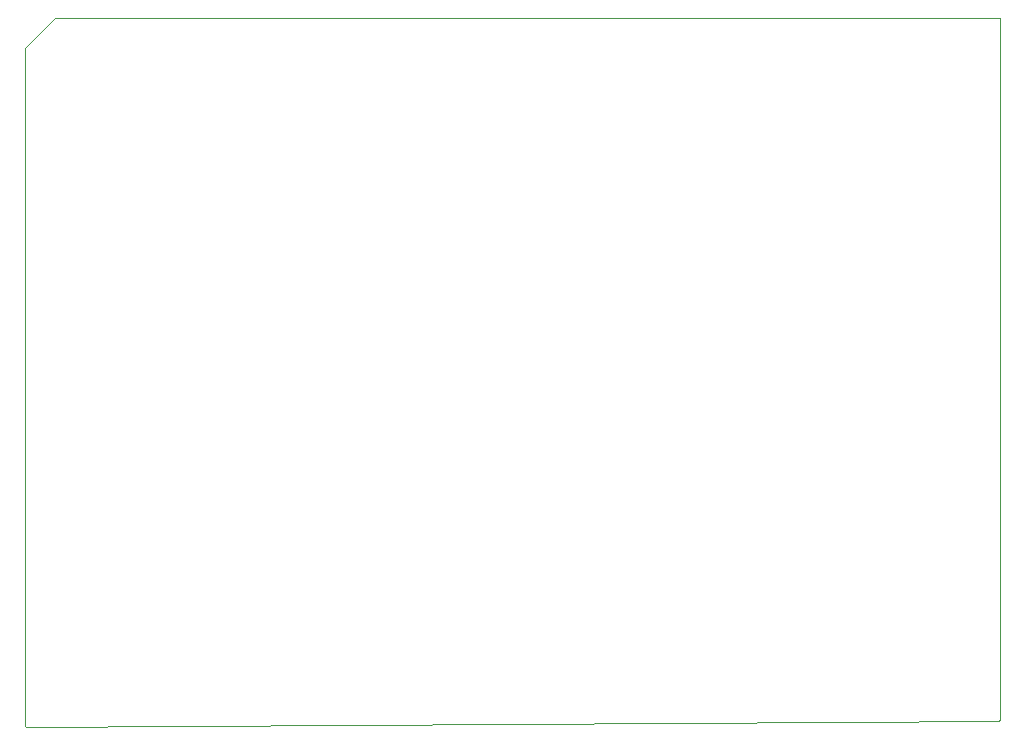
<source format=gko>
G04 Layer_Color=16720538*
%FSLAX24Y24*%
%MOIN*%
G70*
G01*
G75*
%ADD22C,0.0039*%
D22*
X49232Y33465D02*
G03*
X49213Y33484I-20J0D01*
G01*
X49232Y33465D02*
G03*
X49213Y33484I-20J0D01*
G01*
X17717D02*
G03*
X17703Y33478I0J-20D01*
G01*
X49213Y10020D02*
G03*
X49232Y10039I-0J20D01*
G01*
X49213Y10020D02*
G03*
X49232Y10039I-0J20D01*
G01*
X17717Y33484D02*
G03*
X17702Y33478I0J-20D01*
G01*
X16718Y32494D02*
G03*
X16713Y32480I14J-14D01*
G01*
X16718Y32494D02*
G03*
X16713Y32480I14J-14D01*
G01*
Y9843D02*
G03*
X16732Y9823I20J0D01*
G01*
X16713Y9843D02*
G03*
X16732Y9823I20J0D01*
G01*
X17717Y33484D02*
X49213D01*
X49232Y10039D02*
Y33465D01*
X17702Y33478D02*
X17703Y33478D01*
X16718Y32494D02*
X17702Y33478D01*
X16718Y32494D02*
X16718Y32494D01*
X16732Y9823D02*
X49213Y10020D01*
X16713Y9843D02*
Y32480D01*
M02*

</source>
